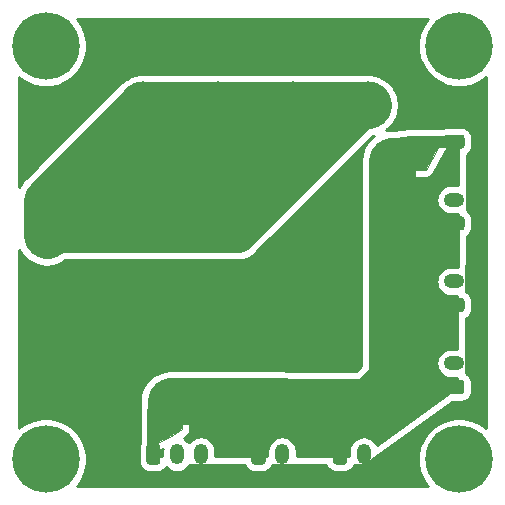
<source format=gbl>
%TF.GenerationSoftware,KiCad,Pcbnew,(5.1.9)-1*%
%TF.CreationDate,2021-06-05T23:50:19+09:00*%
%TF.ProjectId,universal_power_board,756e6976-6572-4736-916c-5f706f776572,rev?*%
%TF.SameCoordinates,Original*%
%TF.FileFunction,Copper,L2,Bot*%
%TF.FilePolarity,Positive*%
%FSLAX46Y46*%
G04 Gerber Fmt 4.6, Leading zero omitted, Abs format (unit mm)*
G04 Created by KiCad (PCBNEW (5.1.9)-1) date 2021-06-05 23:50:19*
%MOMM*%
%LPD*%
G01*
G04 APERTURE LIST*
%TA.AperFunction,NonConductor*%
%ADD10C,0.100000*%
%TD*%
%TA.AperFunction,ComponentPad*%
%ADD11C,5.700000*%
%TD*%
%TA.AperFunction,ComponentPad*%
%ADD12C,4.000000*%
%TD*%
%TA.AperFunction,ComponentPad*%
%ADD13R,3.800000X3.800000*%
%TD*%
%TA.AperFunction,ComponentPad*%
%ADD14O,1.200000X1.750000*%
%TD*%
%TA.AperFunction,ComponentPad*%
%ADD15O,1.750000X1.200000*%
%TD*%
%TA.AperFunction,ComponentPad*%
%ADD16C,3.800000*%
%TD*%
%TA.AperFunction,ViaPad*%
%ADD17C,0.800000*%
%TD*%
%TA.AperFunction,Conductor*%
%ADD18C,4.000000*%
%TD*%
%TA.AperFunction,Conductor*%
%ADD19C,1.000000*%
%TD*%
%TA.AperFunction,Conductor*%
%ADD20C,3.000000*%
%TD*%
%TA.AperFunction,Conductor*%
%ADD21C,0.254000*%
%TD*%
%TA.AperFunction,Conductor*%
%ADD22C,0.100000*%
%TD*%
G04 APERTURE END LIST*
D10*
G36*
X108010960Y-89070180D02*
G01*
X106822240Y-89814400D01*
X106027220Y-90159840D01*
X105674160Y-90152220D01*
X105709720Y-89301320D01*
X106817160Y-88531700D01*
X108016040Y-88473280D01*
X108010960Y-89070180D01*
G37*
X108010960Y-89070180D02*
X106822240Y-89814400D01*
X106027220Y-90159840D01*
X105674160Y-90152220D01*
X105709720Y-89301320D01*
X106817160Y-88531700D01*
X108016040Y-88473280D01*
X108010960Y-89070180D01*
G36*
X129776220Y-65064640D02*
G01*
X128628140Y-67104260D01*
X127327660Y-67134740D01*
X127424180Y-65737740D01*
X129014220Y-64879220D01*
X129776220Y-65064640D01*
G37*
X129776220Y-65064640D02*
X128628140Y-67104260D01*
X127327660Y-67134740D01*
X127424180Y-65737740D01*
X129014220Y-64879220D01*
X129776220Y-65064640D01*
G36*
X107363260Y-88496140D02*
G01*
X105130600Y-90020140D01*
X105117900Y-86659720D01*
X106293920Y-85247480D01*
X107363260Y-88496140D01*
G37*
X107363260Y-88496140D02*
X105130600Y-90020140D01*
X105117900Y-86659720D01*
X106293920Y-85247480D01*
X107363260Y-88496140D01*
G36*
X129026920Y-65135760D02*
G01*
X127728980Y-66177160D01*
X125425200Y-64462660D01*
X127398780Y-64274700D01*
X129026920Y-65135760D01*
G37*
X129026920Y-65135760D02*
X127728980Y-66177160D01*
X125425200Y-64462660D01*
X127398780Y-64274700D01*
X129026920Y-65135760D01*
G36*
X120944640Y-63111380D02*
G01*
X112501680Y-71821040D01*
X106489500Y-71821040D01*
X106596180Y-62870080D01*
X120944640Y-63111380D01*
G37*
X120944640Y-63111380D02*
X112501680Y-71821040D01*
X106489500Y-71821040D01*
X106596180Y-62870080D01*
X120944640Y-63111380D01*
G36*
X106680000Y-71501000D02*
G01*
X97917000Y-71882000D01*
X97917000Y-70485000D01*
X105283000Y-63500000D01*
X107315000Y-63373000D01*
X106680000Y-71501000D01*
G37*
X106680000Y-71501000D02*
X97917000Y-71882000D01*
X97917000Y-70485000D01*
X105283000Y-63500000D01*
X107315000Y-63373000D01*
X106680000Y-71501000D01*
D11*
%TO.P,H3,1*%
%TO.N,N/C*%
X96445001Y-56615001D03*
%TD*%
D12*
%TO.P,J12,2*%
%TO.N,+BATT*%
X123705000Y-61642000D03*
D13*
%TO.P,J12,1*%
%TO.N,GND*%
X123705000Y-56642000D03*
%TD*%
D12*
%TO.P,J11,2*%
%TO.N,+BATT*%
X117355000Y-61642000D03*
D13*
%TO.P,J11,1*%
%TO.N,GND*%
X117355000Y-56642000D03*
%TD*%
D14*
%TO.P,J10,2*%
%TO.N,GND*%
X123376440Y-91191080D03*
%TO.P,J10,1*%
%TO.N,+5V*%
%TA.AperFunction,ComponentPad*%
G36*
G01*
X120776440Y-91816081D02*
X120776440Y-90566079D01*
G75*
G02*
X121026439Y-90316080I249999J0D01*
G01*
X121726441Y-90316080D01*
G75*
G02*
X121976440Y-90566079I0J-249999D01*
G01*
X121976440Y-91816081D01*
G75*
G02*
X121726441Y-92066080I-249999J0D01*
G01*
X121026439Y-92066080D01*
G75*
G02*
X120776440Y-91816081I0J249999D01*
G01*
G37*
%TD.AperFunction*%
%TD*%
%TO.P,J9,2*%
%TO.N,GND*%
X116457480Y-91180920D03*
%TO.P,J9,1*%
%TO.N,+5V*%
%TA.AperFunction,ComponentPad*%
G36*
G01*
X113857480Y-91805921D02*
X113857480Y-90555919D01*
G75*
G02*
X114107479Y-90305920I249999J0D01*
G01*
X114807481Y-90305920D01*
G75*
G02*
X115057480Y-90555919I0J-249999D01*
G01*
X115057480Y-91805921D01*
G75*
G02*
X114807481Y-92055920I-249999J0D01*
G01*
X114107479Y-92055920D01*
G75*
G02*
X113857480Y-91805921I0J249999D01*
G01*
G37*
%TD.AperFunction*%
%TD*%
D15*
%TO.P,J8,2*%
%TO.N,GND*%
X131028440Y-83488780D03*
%TO.P,J8,1*%
%TO.N,+5V*%
%TA.AperFunction,ComponentPad*%
G36*
G01*
X131653441Y-86088780D02*
X130403439Y-86088780D01*
G75*
G02*
X130153440Y-85838781I0J249999D01*
G01*
X130153440Y-85138779D01*
G75*
G02*
X130403439Y-84888780I249999J0D01*
G01*
X131653441Y-84888780D01*
G75*
G02*
X131903440Y-85138779I0J-249999D01*
G01*
X131903440Y-85838781D01*
G75*
G02*
X131653441Y-86088780I-249999J0D01*
G01*
G37*
%TD.AperFunction*%
%TD*%
%TO.P,J7,2*%
%TO.N,GND*%
X131038600Y-76549500D03*
%TO.P,J7,1*%
%TO.N,+5V*%
%TA.AperFunction,ComponentPad*%
G36*
G01*
X131663601Y-79149500D02*
X130413599Y-79149500D01*
G75*
G02*
X130163600Y-78899501I0J249999D01*
G01*
X130163600Y-78199499D01*
G75*
G02*
X130413599Y-77949500I249999J0D01*
G01*
X131663601Y-77949500D01*
G75*
G02*
X131913600Y-78199499I0J-249999D01*
G01*
X131913600Y-78899501D01*
G75*
G02*
X131663601Y-79149500I-249999J0D01*
G01*
G37*
%TD.AperFunction*%
%TD*%
D12*
%TO.P,J6,2*%
%TO.N,+BATT*%
X111005000Y-61642000D03*
D13*
%TO.P,J6,1*%
%TO.N,GND*%
X111005000Y-56642000D03*
%TD*%
D15*
%TO.P,J5,2*%
%TO.N,GND*%
X131030980Y-69633080D03*
%TO.P,J5,1*%
%TO.N,+5V*%
%TA.AperFunction,ComponentPad*%
G36*
G01*
X131655981Y-72233080D02*
X130405979Y-72233080D01*
G75*
G02*
X130155980Y-71983081I0J249999D01*
G01*
X130155980Y-71283079D01*
G75*
G02*
X130405979Y-71033080I249999J0D01*
G01*
X131655981Y-71033080D01*
G75*
G02*
X131905980Y-71283079I0J-249999D01*
G01*
X131905980Y-71983081D01*
G75*
G02*
X131655981Y-72233080I-249999J0D01*
G01*
G37*
%TD.AperFunction*%
%TD*%
%TO.P,J4,2*%
%TO.N,GND*%
X131030980Y-62721740D03*
%TO.P,J4,1*%
%TO.N,+5V*%
%TA.AperFunction,ComponentPad*%
G36*
G01*
X131655981Y-65321740D02*
X130405979Y-65321740D01*
G75*
G02*
X130155980Y-65071741I0J249999D01*
G01*
X130155980Y-64371739D01*
G75*
G02*
X130405979Y-64121740I249999J0D01*
G01*
X131655981Y-64121740D01*
G75*
G02*
X131905980Y-64371739I0J-249999D01*
G01*
X131905980Y-65071741D01*
G75*
G02*
X131655981Y-65321740I-249999J0D01*
G01*
G37*
%TD.AperFunction*%
%TD*%
D12*
%TO.P,J3,2*%
%TO.N,+BATT*%
X104648000Y-61642000D03*
D13*
%TO.P,J3,1*%
%TO.N,GND*%
X104648000Y-56642000D03*
%TD*%
D16*
%TO.P,J2,2*%
%TO.N,+BATT*%
X96520000Y-72644000D03*
D13*
%TO.P,J2,1*%
%TO.N,GND*%
X96520000Y-77644000D03*
%TD*%
D14*
%TO.P,J1,3*%
%TO.N,GND*%
X109564940Y-91180920D03*
%TO.P,J1,2*%
%TO.N,Net-(J1-Pad2)*%
X107564940Y-91180920D03*
%TO.P,J1,1*%
%TO.N,+5V*%
%TA.AperFunction,ComponentPad*%
G36*
G01*
X104964940Y-91805921D02*
X104964940Y-90555919D01*
G75*
G02*
X105214939Y-90305920I249999J0D01*
G01*
X105914941Y-90305920D01*
G75*
G02*
X106164940Y-90555919I0J-249999D01*
G01*
X106164940Y-91805921D01*
G75*
G02*
X105914941Y-92055920I-249999J0D01*
G01*
X105214939Y-92055920D01*
G75*
G02*
X104964940Y-91805921I0J249999D01*
G01*
G37*
%TD.AperFunction*%
%TD*%
D11*
%TO.P,H4,1*%
%TO.N,N/C*%
X131445000Y-91615000D03*
%TD*%
%TO.P,H2,1*%
%TO.N,N/C*%
X131445000Y-56615001D03*
%TD*%
%TO.P,H1,1*%
%TO.N,N/C*%
X96445001Y-91615000D03*
%TD*%
D17*
%TO.N,GND*%
X112920780Y-75250040D03*
X114825780Y-75250040D03*
X116730780Y-75250040D03*
X116730780Y-77155040D03*
X114825780Y-77155040D03*
X112920780Y-77155040D03*
X112920780Y-79060040D03*
X114825780Y-79060040D03*
X116730780Y-79060040D03*
%TO.N,+BATT*%
X102870000Y-66040000D03*
X100965000Y-66040000D03*
X100965000Y-67945000D03*
X100965000Y-64135000D03*
X102870000Y-64135000D03*
X99060000Y-69850000D03*
X99060000Y-67945000D03*
X99060000Y-66040000D03*
X97155000Y-67945000D03*
X97155000Y-69850000D03*
X104775000Y-64135000D03*
X106680000Y-64135000D03*
X104775000Y-69850000D03*
X102870000Y-71755000D03*
X104775000Y-71755000D03*
X100965000Y-71755000D03*
X100965000Y-69850000D03*
X102870000Y-69850000D03*
X102870000Y-67945000D03*
X104775000Y-67945000D03*
X104775000Y-66040000D03*
X106680000Y-66040000D03*
X106680000Y-67945000D03*
X106680000Y-69850000D03*
X106680000Y-71755000D03*
%TO.N,+5V*%
X126730000Y-69850000D03*
X124825000Y-69850000D03*
X124825000Y-67945000D03*
X126730000Y-67945000D03*
X126730000Y-71755000D03*
X124825000Y-71755000D03*
X124825000Y-73660000D03*
X126730000Y-73660000D03*
X124825000Y-77470000D03*
X124825000Y-81280000D03*
X126730000Y-81280000D03*
X126730000Y-79375000D03*
X124825000Y-79375000D03*
X126730000Y-77470000D03*
X126730000Y-75565000D03*
X124825000Y-75565000D03*
X124825000Y-83185000D03*
X126730000Y-83185000D03*
X126730000Y-85090000D03*
X124825000Y-85090000D03*
%TD*%
D18*
%TO.N,GND*%
X104648000Y-56642000D02*
X123825000Y-56642000D01*
%TO.N,+BATT*%
X96520000Y-69770000D02*
X104648000Y-61642000D01*
X96520000Y-72644000D02*
X96520000Y-69770000D01*
D19*
X109173000Y-61642000D02*
X106680000Y-64135000D01*
X111125000Y-61642000D02*
X109173000Y-61642000D01*
X106680000Y-64135000D02*
X106680000Y-71755000D01*
X97409000Y-71755000D02*
X96520000Y-72644000D01*
X106680000Y-71755000D02*
X97409000Y-71755000D01*
D18*
X104648000Y-61642000D02*
X123705000Y-61642000D01*
D20*
X112703000Y-72644000D02*
X123705000Y-61642000D01*
X96520000Y-72644000D02*
X112703000Y-72644000D01*
D18*
%TO.N,+5V*%
X123848222Y-86730840D02*
X125786559Y-84792503D01*
D19*
X125907800Y-71633080D02*
X125786559Y-71754321D01*
X126225300Y-78549500D02*
X125786559Y-78988241D01*
X131038600Y-78549500D02*
X126225300Y-78549500D01*
X125090282Y-85488780D02*
X123848222Y-86730840D01*
X121376440Y-87076280D02*
X121031000Y-86730840D01*
X121376440Y-91191080D02*
X121376440Y-87076280D01*
D18*
X121031000Y-86730840D02*
X123848222Y-86730840D01*
D19*
X114457480Y-88064340D02*
X115790980Y-86730840D01*
X114457480Y-91180920D02*
X114457480Y-88064340D01*
X127431800Y-64721740D02*
X125786559Y-66366981D01*
X131030980Y-64721740D02*
X127431800Y-64721740D01*
X116484400Y-87340440D02*
X117094000Y-86730840D01*
D18*
X115790980Y-86730840D02*
X117094000Y-86730840D01*
D19*
X105564940Y-87500460D02*
X105564940Y-91180920D01*
X106334560Y-86730840D02*
X105564940Y-87500460D01*
D18*
X117094000Y-86730840D02*
X121031000Y-86730840D01*
X125786559Y-84792503D02*
X125786559Y-78988241D01*
X125786559Y-78988241D02*
X125786559Y-71754321D01*
X125786559Y-71754321D02*
X125786559Y-66366981D01*
X116517420Y-86713060D02*
X107061000Y-86713060D01*
D19*
X131028440Y-85488780D02*
X125090282Y-85488780D01*
X131030980Y-71633080D02*
X125907800Y-71633080D01*
%TD*%
D21*
%TO.N,+5V*%
X106329940Y-90845256D02*
X106329940Y-91328240D01*
X105400242Y-91328240D01*
X105452491Y-90796949D01*
X105508524Y-90816893D01*
X105513017Y-90817556D01*
X105517315Y-90819022D01*
X105579094Y-90827305D01*
X105640781Y-90836406D01*
X105645318Y-90836184D01*
X105649819Y-90836787D01*
X105659379Y-90837061D01*
X106012439Y-90844681D01*
X106021541Y-90843986D01*
X106030630Y-90844832D01*
X106088139Y-90838904D01*
X106145741Y-90834508D01*
X106154529Y-90832060D01*
X106163613Y-90831124D01*
X106218867Y-90814141D01*
X106274527Y-90798639D01*
X106282677Y-90794529D01*
X106291402Y-90791847D01*
X106300201Y-90788097D01*
X106337151Y-90772042D01*
X106329940Y-90845256D01*
%TA.AperFunction,Conductor*%
D22*
G36*
X106329940Y-90845256D02*
G01*
X106329940Y-91328240D01*
X105400242Y-91328240D01*
X105452491Y-90796949D01*
X105508524Y-90816893D01*
X105513017Y-90817556D01*
X105517315Y-90819022D01*
X105579094Y-90827305D01*
X105640781Y-90836406D01*
X105645318Y-90836184D01*
X105649819Y-90836787D01*
X105659379Y-90837061D01*
X106012439Y-90844681D01*
X106021541Y-90843986D01*
X106030630Y-90844832D01*
X106088139Y-90838904D01*
X106145741Y-90834508D01*
X106154529Y-90832060D01*
X106163613Y-90831124D01*
X106218867Y-90814141D01*
X106274527Y-90798639D01*
X106282677Y-90794529D01*
X106291402Y-90791847D01*
X106300201Y-90788097D01*
X106337151Y-90772042D01*
X106329940Y-90845256D01*
G37*
%TD.AperFunction*%
D21*
X131340539Y-68398080D02*
X130695315Y-68398080D01*
X130513878Y-68415950D01*
X130281079Y-68486569D01*
X130066531Y-68601247D01*
X129878478Y-68755578D01*
X129724147Y-68943631D01*
X129609469Y-69158179D01*
X129538850Y-69390978D01*
X129515005Y-69633080D01*
X129538850Y-69875182D01*
X129609469Y-70107981D01*
X129724147Y-70322529D01*
X129878478Y-70510582D01*
X130066531Y-70664913D01*
X130281079Y-70779591D01*
X130513878Y-70850210D01*
X130695315Y-70868080D01*
X131330716Y-70868080D01*
X131313033Y-75314500D01*
X130702935Y-75314500D01*
X130521498Y-75332370D01*
X130288699Y-75402989D01*
X130074151Y-75517667D01*
X129886098Y-75671998D01*
X129731767Y-75860051D01*
X129617089Y-76074599D01*
X129546470Y-76307398D01*
X129522625Y-76549500D01*
X129546470Y-76791602D01*
X129617089Y-77024401D01*
X129731767Y-77238949D01*
X129886098Y-77427002D01*
X130074151Y-77581333D01*
X130288699Y-77696011D01*
X130521498Y-77766630D01*
X130702935Y-77784500D01*
X131303210Y-77784500D01*
X131285437Y-82253780D01*
X130692775Y-82253780D01*
X130511338Y-82271650D01*
X130278539Y-82342269D01*
X130063991Y-82456947D01*
X129875938Y-82611278D01*
X129721607Y-82799331D01*
X129606929Y-83013879D01*
X129536310Y-83246678D01*
X129512465Y-83488780D01*
X129536310Y-83730882D01*
X129606929Y-83963681D01*
X129721607Y-84178229D01*
X129875938Y-84366282D01*
X130063991Y-84520613D01*
X130278539Y-84635291D01*
X130511338Y-84705910D01*
X130692775Y-84723780D01*
X131275614Y-84723780D01*
X131272537Y-85497439D01*
X124502397Y-90402725D01*
X124408273Y-90226631D01*
X124253942Y-90038578D01*
X124065888Y-89884247D01*
X123851340Y-89769569D01*
X123618541Y-89698950D01*
X123376440Y-89675105D01*
X123134338Y-89698950D01*
X122901539Y-89769569D01*
X122686991Y-89884247D01*
X122498938Y-90038578D01*
X122344607Y-90226632D01*
X122229929Y-90441180D01*
X122159310Y-90673979D01*
X122141440Y-90855416D01*
X122141440Y-91328240D01*
X117692480Y-91328240D01*
X117692480Y-90845255D01*
X117674610Y-90663818D01*
X117603991Y-90431019D01*
X117489313Y-90216471D01*
X117334982Y-90028418D01*
X117146928Y-89874087D01*
X116932380Y-89759409D01*
X116699581Y-89688790D01*
X116457480Y-89664945D01*
X116215378Y-89688790D01*
X115982579Y-89759409D01*
X115768031Y-89874087D01*
X115579978Y-90028418D01*
X115425647Y-90216472D01*
X115310969Y-90431020D01*
X115240350Y-90663819D01*
X115222480Y-90845256D01*
X115222480Y-91328240D01*
X110799940Y-91328240D01*
X110799940Y-90845255D01*
X110782070Y-90663818D01*
X110711451Y-90431019D01*
X110596773Y-90216471D01*
X110442442Y-90028418D01*
X110254388Y-89874087D01*
X110039840Y-89759409D01*
X109807041Y-89688790D01*
X109564940Y-89664945D01*
X109322838Y-89688790D01*
X109090039Y-89759409D01*
X108875491Y-89874087D01*
X108687438Y-90028418D01*
X108564940Y-90177683D01*
X108442442Y-90028418D01*
X108254388Y-89874087D01*
X108126747Y-89805862D01*
X108374455Y-89650780D01*
X108377606Y-89648349D01*
X108381149Y-89646535D01*
X108430513Y-89607532D01*
X108480305Y-89569119D01*
X108482923Y-89566123D01*
X108486047Y-89563655D01*
X108526903Y-89515798D01*
X108568277Y-89468454D01*
X108570263Y-89465007D01*
X108572849Y-89461978D01*
X108603629Y-89407101D01*
X108635022Y-89352619D01*
X108636301Y-89348851D01*
X108638249Y-89345378D01*
X108657785Y-89285564D01*
X108677996Y-89226026D01*
X108678519Y-89222082D01*
X108679755Y-89218297D01*
X108687300Y-89155834D01*
X108695563Y-89093496D01*
X108695310Y-89089524D01*
X108695787Y-89085573D01*
X108695935Y-89076010D01*
X108701015Y-88479109D01*
X108699478Y-88461934D01*
X108700444Y-88444717D01*
X108693532Y-88395470D01*
X108689102Y-88345952D01*
X108684260Y-88329408D01*
X108681863Y-88312327D01*
X108665517Y-88265361D01*
X108651553Y-88217646D01*
X108643587Y-88202352D01*
X108637919Y-88186066D01*
X108612758Y-88143162D01*
X108589796Y-88099076D01*
X108579018Y-88085629D01*
X108570290Y-88070746D01*
X108537269Y-88033541D01*
X108506186Y-87994760D01*
X108492996Y-87983658D01*
X108481548Y-87970759D01*
X108441947Y-87940689D01*
X108403906Y-87908669D01*
X108388808Y-87900339D01*
X108375075Y-87889911D01*
X108330377Y-87868100D01*
X108286852Y-87844086D01*
X108270430Y-87838849D01*
X108254927Y-87831284D01*
X108206846Y-87818571D01*
X108159484Y-87803467D01*
X108142352Y-87801519D01*
X108125681Y-87797111D01*
X108076056Y-87793980D01*
X108026651Y-87788362D01*
X108009465Y-87789779D01*
X107992257Y-87788693D01*
X107982701Y-87789092D01*
X107853750Y-87795376D01*
X107398056Y-86410978D01*
X124437967Y-85275139D01*
X124462526Y-85271056D01*
X124485817Y-85262260D01*
X124506944Y-85249090D01*
X124525096Y-85232051D01*
X124539576Y-85211798D01*
X124549825Y-85189109D01*
X124555452Y-85164857D01*
X124556519Y-85147852D01*
X124473066Y-66474531D01*
X126027733Y-65764949D01*
X126701046Y-66266036D01*
X126644289Y-67087525D01*
X126645131Y-67116813D01*
X126642753Y-67146009D01*
X126647049Y-67183467D01*
X126648133Y-67221159D01*
X126654647Y-67249720D01*
X126657985Y-67278827D01*
X126669477Y-67314743D01*
X126677860Y-67351500D01*
X126689797Y-67378251D01*
X126698726Y-67406157D01*
X126716976Y-67439159D01*
X126732338Y-67473585D01*
X126749241Y-67497505D01*
X126763422Y-67523148D01*
X126787734Y-67551976D01*
X126809491Y-67582764D01*
X126830721Y-67602948D01*
X126849610Y-67625345D01*
X126879055Y-67648899D01*
X126906381Y-67674878D01*
X126931130Y-67690555D01*
X126954008Y-67708856D01*
X126987468Y-67726243D01*
X127019318Y-67746418D01*
X127046636Y-67756988D01*
X127072636Y-67770498D01*
X127108840Y-67781055D01*
X127143999Y-67794659D01*
X127172851Y-67799722D01*
X127200979Y-67807924D01*
X127238542Y-67811248D01*
X127275676Y-67817764D01*
X127304964Y-67817126D01*
X127334147Y-67819709D01*
X127343710Y-67819552D01*
X128644190Y-67789072D01*
X128658963Y-67787273D01*
X128673840Y-67787734D01*
X128725215Y-67779206D01*
X128776899Y-67772912D01*
X128791040Y-67768278D01*
X128805723Y-67765841D01*
X128854459Y-67747498D01*
X128903940Y-67731284D01*
X128916914Y-67723991D01*
X128930843Y-67718748D01*
X128975093Y-67691285D01*
X129020477Y-67665772D01*
X129031784Y-67656100D01*
X129044433Y-67648250D01*
X129082511Y-67612711D01*
X129122070Y-67578873D01*
X129131283Y-67567189D01*
X129142166Y-67557032D01*
X129172608Y-67514784D01*
X129204850Y-67473896D01*
X129211621Y-67460640D01*
X129220320Y-67448567D01*
X129225070Y-67440265D01*
X130373150Y-65400646D01*
X130383046Y-65378182D01*
X130395638Y-65357122D01*
X130409931Y-65317152D01*
X130427045Y-65278301D01*
X130432388Y-65254347D01*
X130440651Y-65231240D01*
X130446908Y-65189257D01*
X130456151Y-65147820D01*
X130456740Y-65123284D01*
X130460357Y-65099012D01*
X130458340Y-65056608D01*
X130459358Y-65014170D01*
X130455170Y-64989989D01*
X130454004Y-64965474D01*
X130443788Y-64924266D01*
X130436545Y-64882443D01*
X130427742Y-64859540D01*
X130421835Y-64835714D01*
X130403810Y-64797277D01*
X130388580Y-64757654D01*
X130375491Y-64736890D01*
X130365073Y-64714674D01*
X130339927Y-64680471D01*
X130337126Y-64676027D01*
X131355565Y-64619760D01*
X131340539Y-68398080D01*
%TA.AperFunction,Conductor*%
D22*
G36*
X131340539Y-68398080D02*
G01*
X130695315Y-68398080D01*
X130513878Y-68415950D01*
X130281079Y-68486569D01*
X130066531Y-68601247D01*
X129878478Y-68755578D01*
X129724147Y-68943631D01*
X129609469Y-69158179D01*
X129538850Y-69390978D01*
X129515005Y-69633080D01*
X129538850Y-69875182D01*
X129609469Y-70107981D01*
X129724147Y-70322529D01*
X129878478Y-70510582D01*
X130066531Y-70664913D01*
X130281079Y-70779591D01*
X130513878Y-70850210D01*
X130695315Y-70868080D01*
X131330716Y-70868080D01*
X131313033Y-75314500D01*
X130702935Y-75314500D01*
X130521498Y-75332370D01*
X130288699Y-75402989D01*
X130074151Y-75517667D01*
X129886098Y-75671998D01*
X129731767Y-75860051D01*
X129617089Y-76074599D01*
X129546470Y-76307398D01*
X129522625Y-76549500D01*
X129546470Y-76791602D01*
X129617089Y-77024401D01*
X129731767Y-77238949D01*
X129886098Y-77427002D01*
X130074151Y-77581333D01*
X130288699Y-77696011D01*
X130521498Y-77766630D01*
X130702935Y-77784500D01*
X131303210Y-77784500D01*
X131285437Y-82253780D01*
X130692775Y-82253780D01*
X130511338Y-82271650D01*
X130278539Y-82342269D01*
X130063991Y-82456947D01*
X129875938Y-82611278D01*
X129721607Y-82799331D01*
X129606929Y-83013879D01*
X129536310Y-83246678D01*
X129512465Y-83488780D01*
X129536310Y-83730882D01*
X129606929Y-83963681D01*
X129721607Y-84178229D01*
X129875938Y-84366282D01*
X130063991Y-84520613D01*
X130278539Y-84635291D01*
X130511338Y-84705910D01*
X130692775Y-84723780D01*
X131275614Y-84723780D01*
X131272537Y-85497439D01*
X124502397Y-90402725D01*
X124408273Y-90226631D01*
X124253942Y-90038578D01*
X124065888Y-89884247D01*
X123851340Y-89769569D01*
X123618541Y-89698950D01*
X123376440Y-89675105D01*
X123134338Y-89698950D01*
X122901539Y-89769569D01*
X122686991Y-89884247D01*
X122498938Y-90038578D01*
X122344607Y-90226632D01*
X122229929Y-90441180D01*
X122159310Y-90673979D01*
X122141440Y-90855416D01*
X122141440Y-91328240D01*
X117692480Y-91328240D01*
X117692480Y-90845255D01*
X117674610Y-90663818D01*
X117603991Y-90431019D01*
X117489313Y-90216471D01*
X117334982Y-90028418D01*
X117146928Y-89874087D01*
X116932380Y-89759409D01*
X116699581Y-89688790D01*
X116457480Y-89664945D01*
X116215378Y-89688790D01*
X115982579Y-89759409D01*
X115768031Y-89874087D01*
X115579978Y-90028418D01*
X115425647Y-90216472D01*
X115310969Y-90431020D01*
X115240350Y-90663819D01*
X115222480Y-90845256D01*
X115222480Y-91328240D01*
X110799940Y-91328240D01*
X110799940Y-90845255D01*
X110782070Y-90663818D01*
X110711451Y-90431019D01*
X110596773Y-90216471D01*
X110442442Y-90028418D01*
X110254388Y-89874087D01*
X110039840Y-89759409D01*
X109807041Y-89688790D01*
X109564940Y-89664945D01*
X109322838Y-89688790D01*
X109090039Y-89759409D01*
X108875491Y-89874087D01*
X108687438Y-90028418D01*
X108564940Y-90177683D01*
X108442442Y-90028418D01*
X108254388Y-89874087D01*
X108126747Y-89805862D01*
X108374455Y-89650780D01*
X108377606Y-89648349D01*
X108381149Y-89646535D01*
X108430513Y-89607532D01*
X108480305Y-89569119D01*
X108482923Y-89566123D01*
X108486047Y-89563655D01*
X108526903Y-89515798D01*
X108568277Y-89468454D01*
X108570263Y-89465007D01*
X108572849Y-89461978D01*
X108603629Y-89407101D01*
X108635022Y-89352619D01*
X108636301Y-89348851D01*
X108638249Y-89345378D01*
X108657785Y-89285564D01*
X108677996Y-89226026D01*
X108678519Y-89222082D01*
X108679755Y-89218297D01*
X108687300Y-89155834D01*
X108695563Y-89093496D01*
X108695310Y-89089524D01*
X108695787Y-89085573D01*
X108695935Y-89076010D01*
X108701015Y-88479109D01*
X108699478Y-88461934D01*
X108700444Y-88444717D01*
X108693532Y-88395470D01*
X108689102Y-88345952D01*
X108684260Y-88329408D01*
X108681863Y-88312327D01*
X108665517Y-88265361D01*
X108651553Y-88217646D01*
X108643587Y-88202352D01*
X108637919Y-88186066D01*
X108612758Y-88143162D01*
X108589796Y-88099076D01*
X108579018Y-88085629D01*
X108570290Y-88070746D01*
X108537269Y-88033541D01*
X108506186Y-87994760D01*
X108492996Y-87983658D01*
X108481548Y-87970759D01*
X108441947Y-87940689D01*
X108403906Y-87908669D01*
X108388808Y-87900339D01*
X108375075Y-87889911D01*
X108330377Y-87868100D01*
X108286852Y-87844086D01*
X108270430Y-87838849D01*
X108254927Y-87831284D01*
X108206846Y-87818571D01*
X108159484Y-87803467D01*
X108142352Y-87801519D01*
X108125681Y-87797111D01*
X108076056Y-87793980D01*
X108026651Y-87788362D01*
X108009465Y-87789779D01*
X107992257Y-87788693D01*
X107982701Y-87789092D01*
X107853750Y-87795376D01*
X107398056Y-86410978D01*
X124437967Y-85275139D01*
X124462526Y-85271056D01*
X124485817Y-85262260D01*
X124506944Y-85249090D01*
X124525096Y-85232051D01*
X124539576Y-85211798D01*
X124549825Y-85189109D01*
X124555452Y-85164857D01*
X124556519Y-85147852D01*
X124473066Y-66474531D01*
X126027733Y-65764949D01*
X126701046Y-66266036D01*
X126644289Y-67087525D01*
X126645131Y-67116813D01*
X126642753Y-67146009D01*
X126647049Y-67183467D01*
X126648133Y-67221159D01*
X126654647Y-67249720D01*
X126657985Y-67278827D01*
X126669477Y-67314743D01*
X126677860Y-67351500D01*
X126689797Y-67378251D01*
X126698726Y-67406157D01*
X126716976Y-67439159D01*
X126732338Y-67473585D01*
X126749241Y-67497505D01*
X126763422Y-67523148D01*
X126787734Y-67551976D01*
X126809491Y-67582764D01*
X126830721Y-67602948D01*
X126849610Y-67625345D01*
X126879055Y-67648899D01*
X126906381Y-67674878D01*
X126931130Y-67690555D01*
X126954008Y-67708856D01*
X126987468Y-67726243D01*
X127019318Y-67746418D01*
X127046636Y-67756988D01*
X127072636Y-67770498D01*
X127108840Y-67781055D01*
X127143999Y-67794659D01*
X127172851Y-67799722D01*
X127200979Y-67807924D01*
X127238542Y-67811248D01*
X127275676Y-67817764D01*
X127304964Y-67817126D01*
X127334147Y-67819709D01*
X127343710Y-67819552D01*
X128644190Y-67789072D01*
X128658963Y-67787273D01*
X128673840Y-67787734D01*
X128725215Y-67779206D01*
X128776899Y-67772912D01*
X128791040Y-67768278D01*
X128805723Y-67765841D01*
X128854459Y-67747498D01*
X128903940Y-67731284D01*
X128916914Y-67723991D01*
X128930843Y-67718748D01*
X128975093Y-67691285D01*
X129020477Y-67665772D01*
X129031784Y-67656100D01*
X129044433Y-67648250D01*
X129082511Y-67612711D01*
X129122070Y-67578873D01*
X129131283Y-67567189D01*
X129142166Y-67557032D01*
X129172608Y-67514784D01*
X129204850Y-67473896D01*
X129211621Y-67460640D01*
X129220320Y-67448567D01*
X129225070Y-67440265D01*
X130373150Y-65400646D01*
X130383046Y-65378182D01*
X130395638Y-65357122D01*
X130409931Y-65317152D01*
X130427045Y-65278301D01*
X130432388Y-65254347D01*
X130440651Y-65231240D01*
X130446908Y-65189257D01*
X130456151Y-65147820D01*
X130456740Y-65123284D01*
X130460357Y-65099012D01*
X130458340Y-65056608D01*
X130459358Y-65014170D01*
X130455170Y-64989989D01*
X130454004Y-64965474D01*
X130443788Y-64924266D01*
X130436545Y-64882443D01*
X130427742Y-64859540D01*
X130421835Y-64835714D01*
X130403810Y-64797277D01*
X130388580Y-64757654D01*
X130375491Y-64736890D01*
X130365073Y-64714674D01*
X130339927Y-64680471D01*
X130337126Y-64676027D01*
X131355565Y-64619760D01*
X131340539Y-68398080D01*
G37*
%TD.AperFunction*%
%TD*%
D21*
%TO.N,GND*%
X128738024Y-54393443D02*
X128356633Y-54964235D01*
X128093927Y-55598464D01*
X127960000Y-56271759D01*
X127960000Y-56958243D01*
X128093927Y-57631538D01*
X128356633Y-58265767D01*
X128738024Y-58836559D01*
X129223442Y-59321977D01*
X129794234Y-59703368D01*
X130428463Y-59966074D01*
X131101758Y-60100001D01*
X131788242Y-60100001D01*
X132461537Y-59966074D01*
X133095766Y-59703368D01*
X133666558Y-59321977D01*
X133710000Y-59278535D01*
X133710001Y-88951467D01*
X133666558Y-88908024D01*
X133095766Y-88526633D01*
X132461537Y-88263927D01*
X131788242Y-88130000D01*
X131101758Y-88130000D01*
X130428463Y-88263927D01*
X129794234Y-88526633D01*
X129223442Y-88908024D01*
X128738024Y-89393442D01*
X128356633Y-89964234D01*
X128093927Y-90598463D01*
X127960000Y-91271758D01*
X127960000Y-91958242D01*
X128093927Y-92631537D01*
X128356633Y-93265766D01*
X128738024Y-93836558D01*
X128781466Y-93880000D01*
X99108535Y-93880000D01*
X99151977Y-93836558D01*
X99533368Y-93265766D01*
X99796074Y-92631537D01*
X99930001Y-91958242D01*
X99930001Y-91271758D01*
X99796074Y-90598463D01*
X99533368Y-89964234D01*
X99151977Y-89393442D01*
X98666559Y-88908024D01*
X98095767Y-88526633D01*
X97461538Y-88263927D01*
X96788243Y-88130000D01*
X96101759Y-88130000D01*
X95428464Y-88263927D01*
X94794235Y-88526633D01*
X94223443Y-88908024D01*
X94180001Y-88951466D01*
X94180001Y-73855939D01*
X94318477Y-74115010D01*
X94647759Y-74516241D01*
X95048989Y-74845523D01*
X95506750Y-75090201D01*
X96003450Y-75240873D01*
X96520000Y-75291749D01*
X97036549Y-75240873D01*
X97533249Y-75090201D01*
X97991010Y-74845523D01*
X98072068Y-74779000D01*
X112598128Y-74779000D01*
X112703000Y-74789329D01*
X112807872Y-74779000D01*
X112807882Y-74779000D01*
X113121533Y-74748108D01*
X113523982Y-74626026D01*
X113894881Y-74427777D01*
X114219977Y-74160977D01*
X114286837Y-74079508D01*
X124117195Y-64249151D01*
X124221550Y-64238873D01*
X124228757Y-64236687D01*
X123914319Y-64494740D01*
X123585037Y-64895970D01*
X123340359Y-65353731D01*
X123189687Y-65850431D01*
X123151560Y-66237539D01*
X123151559Y-71883762D01*
X123151560Y-71883772D01*
X123151559Y-79117682D01*
X123151560Y-79117692D01*
X123151559Y-83701050D01*
X122756770Y-84095840D01*
X116827384Y-84095840D01*
X116646862Y-84078060D01*
X106931558Y-84078060D01*
X106544450Y-84116187D01*
X106047750Y-84266859D01*
X105589989Y-84511537D01*
X105188759Y-84840819D01*
X104859477Y-85242049D01*
X104614799Y-85699810D01*
X104464127Y-86196510D01*
X104413251Y-86713060D01*
X104433889Y-86922597D01*
X104435643Y-87386804D01*
X104424449Y-87500460D01*
X104429940Y-87556212D01*
X104429941Y-90149704D01*
X104394468Y-90216069D01*
X104343932Y-90382665D01*
X104326868Y-90555919D01*
X104326868Y-91805921D01*
X104343932Y-91979175D01*
X104394468Y-92145771D01*
X104476535Y-92299307D01*
X104586978Y-92433882D01*
X104721553Y-92544325D01*
X104875089Y-92626392D01*
X105041685Y-92676928D01*
X105214939Y-92693992D01*
X105914941Y-92693992D01*
X106088195Y-92676928D01*
X106254791Y-92626392D01*
X106408327Y-92544325D01*
X106542902Y-92433882D01*
X106653345Y-92299307D01*
X106655750Y-92294808D01*
X106687439Y-92333422D01*
X106875492Y-92487753D01*
X107090040Y-92602431D01*
X107322839Y-92673050D01*
X107564940Y-92696895D01*
X107807042Y-92673050D01*
X108039841Y-92602431D01*
X108254389Y-92487753D01*
X108442442Y-92333422D01*
X108596773Y-92145369D01*
X108626240Y-92090240D01*
X113270163Y-92090240D01*
X113287008Y-92145771D01*
X113369075Y-92299307D01*
X113479518Y-92433882D01*
X113614093Y-92544325D01*
X113767629Y-92626392D01*
X113934225Y-92676928D01*
X114107479Y-92693992D01*
X114807481Y-92693992D01*
X114980735Y-92676928D01*
X115147331Y-92626392D01*
X115300867Y-92544325D01*
X115435442Y-92433882D01*
X115545885Y-92299307D01*
X115627952Y-92145771D01*
X115644797Y-92090240D01*
X120186041Y-92090240D01*
X120205968Y-92155931D01*
X120288035Y-92309467D01*
X120398478Y-92444042D01*
X120533053Y-92554485D01*
X120686589Y-92636552D01*
X120853185Y-92687088D01*
X121026439Y-92704152D01*
X121726441Y-92704152D01*
X121899695Y-92687088D01*
X122066291Y-92636552D01*
X122219827Y-92554485D01*
X122354402Y-92444042D01*
X122464845Y-92309467D01*
X122546912Y-92155931D01*
X122566839Y-92090240D01*
X123266200Y-92090240D01*
X123413631Y-92072888D01*
X123531295Y-92032258D01*
X123638772Y-91969453D01*
X130874465Y-86726852D01*
X131653441Y-86726852D01*
X131826695Y-86709788D01*
X131993291Y-86659252D01*
X132146827Y-86577185D01*
X132281402Y-86466742D01*
X132391845Y-86332167D01*
X132473912Y-86178631D01*
X132524448Y-86012035D01*
X132541512Y-85838781D01*
X132541512Y-85138779D01*
X132524448Y-84965525D01*
X132473912Y-84798929D01*
X132391845Y-84645393D01*
X132281402Y-84510818D01*
X132146827Y-84400375D01*
X132039135Y-84342812D01*
X132057635Y-79691010D01*
X132156987Y-79637905D01*
X132291562Y-79527462D01*
X132402005Y-79392887D01*
X132484072Y-79239351D01*
X132534608Y-79072755D01*
X132551672Y-78899501D01*
X132551672Y-78199499D01*
X132534608Y-78026245D01*
X132484072Y-77859649D01*
X132402005Y-77706113D01*
X132291562Y-77571538D01*
X132156987Y-77461095D01*
X132066695Y-77412833D01*
X132085215Y-72755775D01*
X132149367Y-72721485D01*
X132283942Y-72611042D01*
X132394385Y-72476467D01*
X132476452Y-72322931D01*
X132526988Y-72156335D01*
X132544052Y-71983081D01*
X132544052Y-71283079D01*
X132526988Y-71109825D01*
X132476452Y-70943229D01*
X132394385Y-70789693D01*
X132283942Y-70655118D01*
X132149367Y-70544675D01*
X132094126Y-70515148D01*
X132112759Y-65829712D01*
X132149367Y-65810145D01*
X132283942Y-65699702D01*
X132394385Y-65565127D01*
X132476452Y-65411591D01*
X132526988Y-65244995D01*
X132544052Y-65071741D01*
X132544052Y-64371739D01*
X132526988Y-64198485D01*
X132476452Y-64031889D01*
X132394385Y-63878353D01*
X132283942Y-63743778D01*
X132149367Y-63633335D01*
X131995831Y-63551268D01*
X131829235Y-63500732D01*
X131655981Y-63483668D01*
X130405979Y-63483668D01*
X130232725Y-63500732D01*
X130066129Y-63551268D01*
X129999766Y-63586740D01*
X127487551Y-63586740D01*
X127431799Y-63581249D01*
X127209300Y-63603163D01*
X127202171Y-63605325D01*
X125894512Y-63729864D01*
X125786559Y-63719232D01*
X125270010Y-63770108D01*
X125262803Y-63772294D01*
X125276556Y-63761008D01*
X125384715Y-63688738D01*
X125476699Y-63596754D01*
X125577241Y-63514241D01*
X125659756Y-63413697D01*
X125751738Y-63321715D01*
X125824008Y-63213556D01*
X125906523Y-63113011D01*
X125967837Y-62998301D01*
X126040107Y-62890141D01*
X126089889Y-62769958D01*
X126151201Y-62655250D01*
X126188956Y-62530787D01*
X126238739Y-62410601D01*
X126264118Y-62283012D01*
X126301873Y-62158550D01*
X126314622Y-62029111D01*
X126340000Y-61901525D01*
X126340000Y-61771442D01*
X126352749Y-61642000D01*
X126340000Y-61512558D01*
X126340000Y-61382475D01*
X126314622Y-61254889D01*
X126301873Y-61125450D01*
X126264118Y-61000988D01*
X126238739Y-60873399D01*
X126188956Y-60753213D01*
X126151201Y-60628750D01*
X126089889Y-60514042D01*
X126040107Y-60393859D01*
X125967837Y-60285699D01*
X125906523Y-60170989D01*
X125824008Y-60070444D01*
X125751738Y-59962285D01*
X125659754Y-59870301D01*
X125577241Y-59769759D01*
X125476698Y-59687245D01*
X125384715Y-59595262D01*
X125276556Y-59522992D01*
X125176011Y-59440477D01*
X125061301Y-59379163D01*
X124953141Y-59306893D01*
X124832958Y-59257111D01*
X124718250Y-59195799D01*
X124593787Y-59158044D01*
X124473601Y-59108261D01*
X124346012Y-59082882D01*
X124221550Y-59045127D01*
X124092111Y-59032378D01*
X123964525Y-59007000D01*
X104777434Y-59007000D01*
X104648000Y-58994252D01*
X104518566Y-59007000D01*
X104388475Y-59007000D01*
X104260889Y-59032378D01*
X104131450Y-59045127D01*
X104006988Y-59082882D01*
X103879399Y-59108261D01*
X103759213Y-59158044D01*
X103634750Y-59195799D01*
X103520042Y-59257111D01*
X103399859Y-59306893D01*
X103291699Y-59379163D01*
X103176989Y-59440477D01*
X103076444Y-59522992D01*
X102968285Y-59595262D01*
X102876302Y-59687245D01*
X102775759Y-59769759D01*
X102693246Y-59870301D01*
X102601262Y-59962285D01*
X102601260Y-59962288D01*
X94748302Y-67815246D01*
X94647760Y-67897759D01*
X94318478Y-68298989D01*
X94245642Y-68435256D01*
X94180001Y-68558062D01*
X94180001Y-59278535D01*
X94223443Y-59321977D01*
X94794235Y-59703368D01*
X95428464Y-59966074D01*
X96101759Y-60100001D01*
X96788243Y-60100001D01*
X97461538Y-59966074D01*
X98095767Y-59703368D01*
X98666559Y-59321977D01*
X99151977Y-58836559D01*
X99533368Y-58265767D01*
X99796074Y-57631538D01*
X99930001Y-56958243D01*
X99930001Y-56271759D01*
X99796074Y-55598464D01*
X99533368Y-54964235D01*
X99151977Y-54393443D01*
X99108535Y-54350001D01*
X128781466Y-54350001D01*
X128738024Y-54393443D01*
%TA.AperFunction,Conductor*%
D22*
G36*
X128738024Y-54393443D02*
G01*
X128356633Y-54964235D01*
X128093927Y-55598464D01*
X127960000Y-56271759D01*
X127960000Y-56958243D01*
X128093927Y-57631538D01*
X128356633Y-58265767D01*
X128738024Y-58836559D01*
X129223442Y-59321977D01*
X129794234Y-59703368D01*
X130428463Y-59966074D01*
X131101758Y-60100001D01*
X131788242Y-60100001D01*
X132461537Y-59966074D01*
X133095766Y-59703368D01*
X133666558Y-59321977D01*
X133710000Y-59278535D01*
X133710001Y-88951467D01*
X133666558Y-88908024D01*
X133095766Y-88526633D01*
X132461537Y-88263927D01*
X131788242Y-88130000D01*
X131101758Y-88130000D01*
X130428463Y-88263927D01*
X129794234Y-88526633D01*
X129223442Y-88908024D01*
X128738024Y-89393442D01*
X128356633Y-89964234D01*
X128093927Y-90598463D01*
X127960000Y-91271758D01*
X127960000Y-91958242D01*
X128093927Y-92631537D01*
X128356633Y-93265766D01*
X128738024Y-93836558D01*
X128781466Y-93880000D01*
X99108535Y-93880000D01*
X99151977Y-93836558D01*
X99533368Y-93265766D01*
X99796074Y-92631537D01*
X99930001Y-91958242D01*
X99930001Y-91271758D01*
X99796074Y-90598463D01*
X99533368Y-89964234D01*
X99151977Y-89393442D01*
X98666559Y-88908024D01*
X98095767Y-88526633D01*
X97461538Y-88263927D01*
X96788243Y-88130000D01*
X96101759Y-88130000D01*
X95428464Y-88263927D01*
X94794235Y-88526633D01*
X94223443Y-88908024D01*
X94180001Y-88951466D01*
X94180001Y-73855939D01*
X94318477Y-74115010D01*
X94647759Y-74516241D01*
X95048989Y-74845523D01*
X95506750Y-75090201D01*
X96003450Y-75240873D01*
X96520000Y-75291749D01*
X97036549Y-75240873D01*
X97533249Y-75090201D01*
X97991010Y-74845523D01*
X98072068Y-74779000D01*
X112598128Y-74779000D01*
X112703000Y-74789329D01*
X112807872Y-74779000D01*
X112807882Y-74779000D01*
X113121533Y-74748108D01*
X113523982Y-74626026D01*
X113894881Y-74427777D01*
X114219977Y-74160977D01*
X114286837Y-74079508D01*
X124117195Y-64249151D01*
X124221550Y-64238873D01*
X124228757Y-64236687D01*
X123914319Y-64494740D01*
X123585037Y-64895970D01*
X123340359Y-65353731D01*
X123189687Y-65850431D01*
X123151560Y-66237539D01*
X123151559Y-71883762D01*
X123151560Y-71883772D01*
X123151559Y-79117682D01*
X123151560Y-79117692D01*
X123151559Y-83701050D01*
X122756770Y-84095840D01*
X116827384Y-84095840D01*
X116646862Y-84078060D01*
X106931558Y-84078060D01*
X106544450Y-84116187D01*
X106047750Y-84266859D01*
X105589989Y-84511537D01*
X105188759Y-84840819D01*
X104859477Y-85242049D01*
X104614799Y-85699810D01*
X104464127Y-86196510D01*
X104413251Y-86713060D01*
X104433889Y-86922597D01*
X104435643Y-87386804D01*
X104424449Y-87500460D01*
X104429940Y-87556212D01*
X104429941Y-90149704D01*
X104394468Y-90216069D01*
X104343932Y-90382665D01*
X104326868Y-90555919D01*
X104326868Y-91805921D01*
X104343932Y-91979175D01*
X104394468Y-92145771D01*
X104476535Y-92299307D01*
X104586978Y-92433882D01*
X104721553Y-92544325D01*
X104875089Y-92626392D01*
X105041685Y-92676928D01*
X105214939Y-92693992D01*
X105914941Y-92693992D01*
X106088195Y-92676928D01*
X106254791Y-92626392D01*
X106408327Y-92544325D01*
X106542902Y-92433882D01*
X106653345Y-92299307D01*
X106655750Y-92294808D01*
X106687439Y-92333422D01*
X106875492Y-92487753D01*
X107090040Y-92602431D01*
X107322839Y-92673050D01*
X107564940Y-92696895D01*
X107807042Y-92673050D01*
X108039841Y-92602431D01*
X108254389Y-92487753D01*
X108442442Y-92333422D01*
X108596773Y-92145369D01*
X108626240Y-92090240D01*
X113270163Y-92090240D01*
X113287008Y-92145771D01*
X113369075Y-92299307D01*
X113479518Y-92433882D01*
X113614093Y-92544325D01*
X113767629Y-92626392D01*
X113934225Y-92676928D01*
X114107479Y-92693992D01*
X114807481Y-92693992D01*
X114980735Y-92676928D01*
X115147331Y-92626392D01*
X115300867Y-92544325D01*
X115435442Y-92433882D01*
X115545885Y-92299307D01*
X115627952Y-92145771D01*
X115644797Y-92090240D01*
X120186041Y-92090240D01*
X120205968Y-92155931D01*
X120288035Y-92309467D01*
X120398478Y-92444042D01*
X120533053Y-92554485D01*
X120686589Y-92636552D01*
X120853185Y-92687088D01*
X121026439Y-92704152D01*
X121726441Y-92704152D01*
X121899695Y-92687088D01*
X122066291Y-92636552D01*
X122219827Y-92554485D01*
X122354402Y-92444042D01*
X122464845Y-92309467D01*
X122546912Y-92155931D01*
X122566839Y-92090240D01*
X123266200Y-92090240D01*
X123413631Y-92072888D01*
X123531295Y-92032258D01*
X123638772Y-91969453D01*
X130874465Y-86726852D01*
X131653441Y-86726852D01*
X131826695Y-86709788D01*
X131993291Y-86659252D01*
X132146827Y-86577185D01*
X132281402Y-86466742D01*
X132391845Y-86332167D01*
X132473912Y-86178631D01*
X132524448Y-86012035D01*
X132541512Y-85838781D01*
X132541512Y-85138779D01*
X132524448Y-84965525D01*
X132473912Y-84798929D01*
X132391845Y-84645393D01*
X132281402Y-84510818D01*
X132146827Y-84400375D01*
X132039135Y-84342812D01*
X132057635Y-79691010D01*
X132156987Y-79637905D01*
X132291562Y-79527462D01*
X132402005Y-79392887D01*
X132484072Y-79239351D01*
X132534608Y-79072755D01*
X132551672Y-78899501D01*
X132551672Y-78199499D01*
X132534608Y-78026245D01*
X132484072Y-77859649D01*
X132402005Y-77706113D01*
X132291562Y-77571538D01*
X132156987Y-77461095D01*
X132066695Y-77412833D01*
X132085215Y-72755775D01*
X132149367Y-72721485D01*
X132283942Y-72611042D01*
X132394385Y-72476467D01*
X132476452Y-72322931D01*
X132526988Y-72156335D01*
X132544052Y-71983081D01*
X132544052Y-71283079D01*
X132526988Y-71109825D01*
X132476452Y-70943229D01*
X132394385Y-70789693D01*
X132283942Y-70655118D01*
X132149367Y-70544675D01*
X132094126Y-70515148D01*
X132112759Y-65829712D01*
X132149367Y-65810145D01*
X132283942Y-65699702D01*
X132394385Y-65565127D01*
X132476452Y-65411591D01*
X132526988Y-65244995D01*
X132544052Y-65071741D01*
X132544052Y-64371739D01*
X132526988Y-64198485D01*
X132476452Y-64031889D01*
X132394385Y-63878353D01*
X132283942Y-63743778D01*
X132149367Y-63633335D01*
X131995831Y-63551268D01*
X131829235Y-63500732D01*
X131655981Y-63483668D01*
X130405979Y-63483668D01*
X130232725Y-63500732D01*
X130066129Y-63551268D01*
X129999766Y-63586740D01*
X127487551Y-63586740D01*
X127431799Y-63581249D01*
X127209300Y-63603163D01*
X127202171Y-63605325D01*
X125894512Y-63729864D01*
X125786559Y-63719232D01*
X125270010Y-63770108D01*
X125262803Y-63772294D01*
X125276556Y-63761008D01*
X125384715Y-63688738D01*
X125476699Y-63596754D01*
X125577241Y-63514241D01*
X125659756Y-63413697D01*
X125751738Y-63321715D01*
X125824008Y-63213556D01*
X125906523Y-63113011D01*
X125967837Y-62998301D01*
X126040107Y-62890141D01*
X126089889Y-62769958D01*
X126151201Y-62655250D01*
X126188956Y-62530787D01*
X126238739Y-62410601D01*
X126264118Y-62283012D01*
X126301873Y-62158550D01*
X126314622Y-62029111D01*
X126340000Y-61901525D01*
X126340000Y-61771442D01*
X126352749Y-61642000D01*
X126340000Y-61512558D01*
X126340000Y-61382475D01*
X126314622Y-61254889D01*
X126301873Y-61125450D01*
X126264118Y-61000988D01*
X126238739Y-60873399D01*
X126188956Y-60753213D01*
X126151201Y-60628750D01*
X126089889Y-60514042D01*
X126040107Y-60393859D01*
X125967837Y-60285699D01*
X125906523Y-60170989D01*
X125824008Y-60070444D01*
X125751738Y-59962285D01*
X125659754Y-59870301D01*
X125577241Y-59769759D01*
X125476698Y-59687245D01*
X125384715Y-59595262D01*
X125276556Y-59522992D01*
X125176011Y-59440477D01*
X125061301Y-59379163D01*
X124953141Y-59306893D01*
X124832958Y-59257111D01*
X124718250Y-59195799D01*
X124593787Y-59158044D01*
X124473601Y-59108261D01*
X124346012Y-59082882D01*
X124221550Y-59045127D01*
X124092111Y-59032378D01*
X123964525Y-59007000D01*
X104777434Y-59007000D01*
X104648000Y-58994252D01*
X104518566Y-59007000D01*
X104388475Y-59007000D01*
X104260889Y-59032378D01*
X104131450Y-59045127D01*
X104006988Y-59082882D01*
X103879399Y-59108261D01*
X103759213Y-59158044D01*
X103634750Y-59195799D01*
X103520042Y-59257111D01*
X103399859Y-59306893D01*
X103291699Y-59379163D01*
X103176989Y-59440477D01*
X103076444Y-59522992D01*
X102968285Y-59595262D01*
X102876302Y-59687245D01*
X102775759Y-59769759D01*
X102693246Y-59870301D01*
X102601262Y-59962285D01*
X102601260Y-59962288D01*
X94748302Y-67815246D01*
X94647760Y-67897759D01*
X94318478Y-68298989D01*
X94245642Y-68435256D01*
X94180001Y-68558062D01*
X94180001Y-59278535D01*
X94223443Y-59321977D01*
X94794235Y-59703368D01*
X95428464Y-59966074D01*
X96101759Y-60100001D01*
X96788243Y-60100001D01*
X97461538Y-59966074D01*
X98095767Y-59703368D01*
X98666559Y-59321977D01*
X99151977Y-58836559D01*
X99533368Y-58265767D01*
X99796074Y-57631538D01*
X99930001Y-56958243D01*
X99930001Y-56271759D01*
X99796074Y-55598464D01*
X99533368Y-54964235D01*
X99151977Y-54393443D01*
X99108535Y-54350001D01*
X128781466Y-54350001D01*
X128738024Y-54393443D01*
G37*
%TD.AperFunction*%
%TD*%
M02*

</source>
